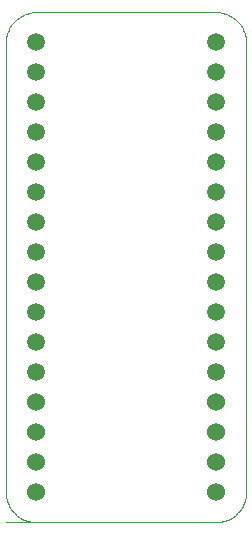
<source format=gbl>
G75*
G70*
%OFA0B0*%
%FSLAX24Y24*%
%IPPOS*%
%LPD*%
%AMOC8*
5,1,8,0,0,1.08239X$1,22.5*
%
%ADD10C,0.0000*%
%ADD11C,0.0594*%
%ADD12C,0.0600*%
D10*
X000680Y000264D02*
X001680Y000264D01*
X007680Y000264D01*
X007740Y000266D01*
X007801Y000271D01*
X007860Y000280D01*
X007919Y000293D01*
X007978Y000309D01*
X008035Y000329D01*
X008090Y000352D01*
X008145Y000379D01*
X008197Y000408D01*
X008248Y000441D01*
X008297Y000477D01*
X008343Y000515D01*
X008387Y000557D01*
X008429Y000601D01*
X008467Y000647D01*
X008503Y000696D01*
X008536Y000747D01*
X008565Y000799D01*
X008592Y000854D01*
X008615Y000909D01*
X008635Y000966D01*
X008651Y001025D01*
X008664Y001084D01*
X008673Y001143D01*
X008678Y001204D01*
X008680Y001264D01*
X008680Y016264D01*
X008678Y016324D01*
X008673Y016385D01*
X008664Y016444D01*
X008651Y016503D01*
X008635Y016562D01*
X008615Y016619D01*
X008592Y016674D01*
X008565Y016729D01*
X008536Y016781D01*
X008503Y016832D01*
X008467Y016881D01*
X008429Y016927D01*
X008387Y016971D01*
X008343Y017013D01*
X008297Y017051D01*
X008248Y017087D01*
X008197Y017120D01*
X008145Y017149D01*
X008090Y017176D01*
X008035Y017199D01*
X007978Y017219D01*
X007919Y017235D01*
X007860Y017248D01*
X007801Y017257D01*
X007740Y017262D01*
X007680Y017264D01*
X001680Y017264D01*
X001620Y017262D01*
X001559Y017257D01*
X001500Y017248D01*
X001441Y017235D01*
X001382Y017219D01*
X001325Y017199D01*
X001270Y017176D01*
X001215Y017149D01*
X001163Y017120D01*
X001112Y017087D01*
X001063Y017051D01*
X001017Y017013D01*
X000973Y016971D01*
X000931Y016927D01*
X000893Y016881D01*
X000857Y016832D01*
X000824Y016781D01*
X000795Y016729D01*
X000768Y016674D01*
X000745Y016619D01*
X000725Y016562D01*
X000709Y016503D01*
X000696Y016444D01*
X000687Y016385D01*
X000682Y016324D01*
X000680Y016264D01*
X000680Y001264D01*
X000682Y001204D01*
X000687Y001143D01*
X000696Y001084D01*
X000709Y001025D01*
X000725Y000966D01*
X000745Y000909D01*
X000768Y000854D01*
X000795Y000799D01*
X000824Y000747D01*
X000857Y000696D01*
X000893Y000647D01*
X000931Y000601D01*
X000973Y000557D01*
X001017Y000515D01*
X001063Y000477D01*
X001112Y000441D01*
X001163Y000408D01*
X001215Y000379D01*
X001270Y000352D01*
X001325Y000329D01*
X001382Y000309D01*
X001441Y000293D01*
X001500Y000280D01*
X001559Y000271D01*
X001620Y000266D01*
X001680Y000264D01*
D11*
X001680Y005264D03*
X001680Y006264D03*
X001680Y007264D03*
X001680Y008264D03*
X001680Y009264D03*
X001680Y010264D03*
X001680Y011264D03*
X001680Y012264D03*
X001680Y013264D03*
X001680Y014264D03*
X001680Y015264D03*
X001680Y016264D03*
X007680Y016264D03*
X007680Y015264D03*
X007680Y014264D03*
X007680Y013264D03*
X007680Y012264D03*
X007680Y011264D03*
X007680Y010264D03*
X007680Y009264D03*
X007680Y008264D03*
X007680Y007264D03*
X007680Y006264D03*
X007680Y005264D03*
D12*
X007680Y004264D03*
X007680Y003264D03*
X007680Y002264D03*
X007680Y001264D03*
X001680Y001264D03*
X001680Y002264D03*
X001680Y003264D03*
X001680Y004264D03*
M02*

</source>
